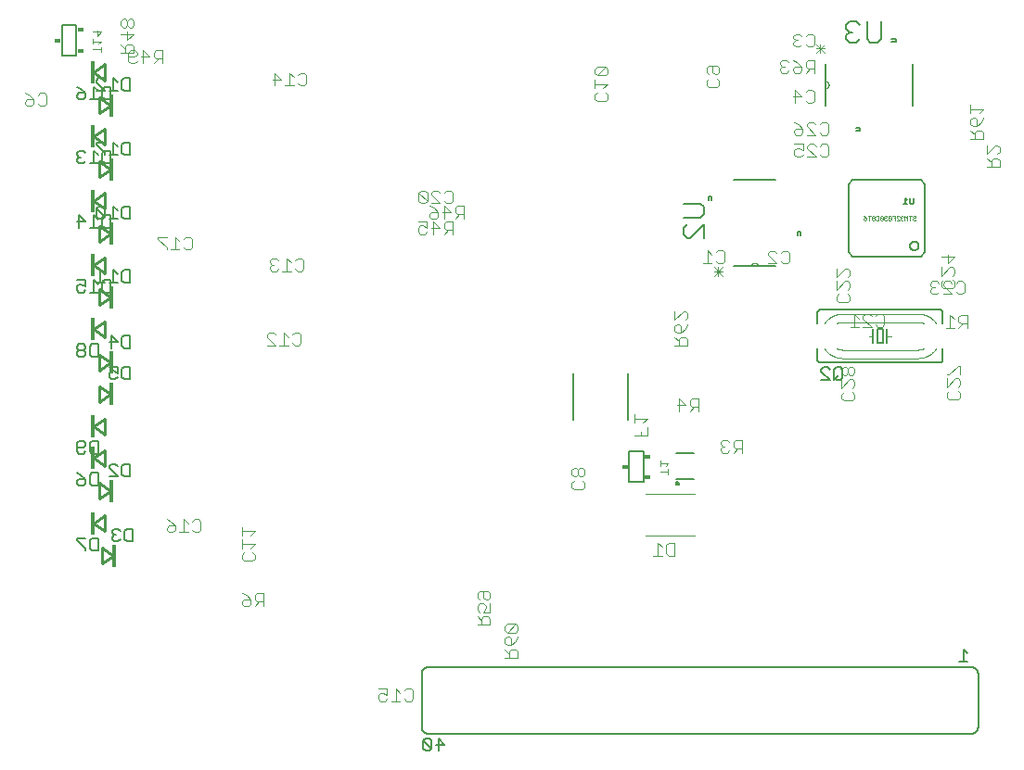
<source format=gbl>
G75*
%MOIN*%
%OFA0B0*%
%FSLAX25Y25*%
%IPPOS*%
%LPD*%
%AMOC8*
5,1,8,0,0,1.08239X$1,22.5*
%
%ADD10C,0.00100*%
%ADD11C,0.00600*%
%ADD12C,0.00500*%
%ADD13C,0.00400*%
%ADD14C,0.00800*%
%ADD15C,0.00300*%
%ADD16R,0.02362X0.01772*%
%ADD17C,0.01000*%
%ADD18R,0.01181X0.08268*%
%ADD19C,0.00200*%
%ADD20C,0.00000*%
D10*
X0329070Y0194403D02*
X0329070Y0194653D01*
X0329320Y0194903D01*
X0330071Y0194903D01*
X0330071Y0194403D01*
X0329821Y0194152D01*
X0329320Y0194152D01*
X0329070Y0194403D01*
X0329571Y0195403D02*
X0330071Y0194903D01*
X0329571Y0195403D02*
X0329070Y0195654D01*
X0330543Y0195654D02*
X0331544Y0195654D01*
X0331044Y0195654D02*
X0331044Y0194152D01*
X0332017Y0194403D02*
X0332267Y0194152D01*
X0332767Y0194152D01*
X0333017Y0194403D01*
X0333017Y0194653D01*
X0332767Y0194903D01*
X0332267Y0194903D01*
X0332017Y0194653D01*
X0332017Y0194403D01*
X0332267Y0194903D02*
X0332017Y0195153D01*
X0332017Y0195403D01*
X0332267Y0195654D01*
X0332767Y0195654D01*
X0333017Y0195403D01*
X0333017Y0195153D01*
X0332767Y0194903D01*
X0333490Y0195403D02*
X0333740Y0195654D01*
X0334241Y0195654D01*
X0334491Y0195403D01*
X0334491Y0194403D01*
X0334241Y0194152D01*
X0333740Y0194152D01*
X0333490Y0194403D01*
X0334963Y0194403D02*
X0335213Y0194152D01*
X0335714Y0194152D01*
X0335964Y0194403D01*
X0334963Y0195403D01*
X0334963Y0194403D01*
X0334963Y0195403D02*
X0335213Y0195654D01*
X0335714Y0195654D01*
X0335964Y0195403D01*
X0335964Y0194403D01*
X0336436Y0194403D02*
X0336687Y0194152D01*
X0337187Y0194152D01*
X0337437Y0194403D01*
X0337910Y0194403D02*
X0338160Y0194152D01*
X0338660Y0194152D01*
X0338910Y0194403D01*
X0337910Y0195403D01*
X0337910Y0194403D01*
X0337910Y0195403D02*
X0338160Y0195654D01*
X0338660Y0195654D01*
X0338910Y0195403D01*
X0338910Y0194403D01*
X0339883Y0194903D02*
X0340384Y0194903D01*
X0340856Y0195153D02*
X0340856Y0195403D01*
X0341106Y0195654D01*
X0341607Y0195654D01*
X0341857Y0195403D01*
X0342329Y0195403D02*
X0342329Y0195153D01*
X0342580Y0194903D01*
X0342329Y0194653D01*
X0342329Y0194403D01*
X0342580Y0194152D01*
X0343080Y0194152D01*
X0343330Y0194403D01*
X0343803Y0194152D02*
X0343803Y0195654D01*
X0344303Y0195153D01*
X0344803Y0195654D01*
X0344803Y0194152D01*
X0345776Y0194152D02*
X0345776Y0195654D01*
X0345276Y0195654D02*
X0346277Y0195654D01*
X0346749Y0195403D02*
X0346999Y0195654D01*
X0347500Y0195654D01*
X0347750Y0195403D01*
X0347750Y0195153D01*
X0347500Y0194903D01*
X0346999Y0194903D01*
X0346749Y0194653D01*
X0346749Y0194403D01*
X0346999Y0194152D01*
X0347500Y0194152D01*
X0347750Y0194403D01*
X0343330Y0195403D02*
X0343080Y0195654D01*
X0342580Y0195654D01*
X0342329Y0195403D01*
X0342580Y0194903D02*
X0342830Y0194903D01*
X0341857Y0194152D02*
X0340856Y0195153D01*
X0340384Y0195654D02*
X0339383Y0195654D01*
X0340384Y0195654D02*
X0340384Y0194152D01*
X0340856Y0194152D02*
X0341857Y0194152D01*
X0337437Y0195403D02*
X0337187Y0195654D01*
X0336687Y0195654D01*
X0336436Y0195403D01*
X0336436Y0195153D01*
X0336687Y0194903D01*
X0336436Y0194653D01*
X0336436Y0194403D01*
X0336687Y0194903D02*
X0336937Y0194903D01*
D11*
X0343474Y0200139D02*
X0344741Y0200139D01*
X0344107Y0200139D02*
X0344107Y0202040D01*
X0344741Y0201406D01*
X0345776Y0202040D02*
X0345776Y0200456D01*
X0346092Y0200139D01*
X0346726Y0200139D01*
X0347043Y0200456D01*
X0347043Y0202040D01*
X0351123Y0207043D02*
X0351123Y0182634D01*
X0349548Y0181059D01*
X0325139Y0181059D01*
X0323564Y0182634D01*
X0323564Y0207043D01*
X0325139Y0208618D01*
X0349548Y0208618D01*
X0351123Y0207043D01*
X0327810Y0226478D02*
X0327810Y0227478D01*
X0326310Y0227478D01*
X0326310Y0226478D02*
X0327810Y0226478D01*
X0315310Y0235278D02*
X0315310Y0241678D01*
X0315310Y0244078D01*
X0315310Y0250478D01*
X0339110Y0258278D02*
X0340610Y0258278D01*
X0340610Y0259278D01*
X0339110Y0259278D01*
X0346510Y0250478D02*
X0346510Y0235278D01*
X0297431Y0208801D02*
X0282231Y0208801D01*
X0274431Y0202901D02*
X0274431Y0201401D01*
X0273431Y0201401D02*
X0273431Y0202901D01*
X0274431Y0202901D01*
X0305231Y0190101D02*
X0305231Y0188601D01*
X0306231Y0188601D02*
X0306231Y0190101D01*
X0305231Y0190101D01*
X0297431Y0177601D02*
X0291031Y0177601D01*
X0288631Y0177601D01*
X0282231Y0177601D01*
X0312481Y0161063D02*
X0312481Y0157063D01*
X0312481Y0161063D02*
X0312483Y0161123D01*
X0312488Y0161184D01*
X0312497Y0161243D01*
X0312510Y0161302D01*
X0312526Y0161361D01*
X0312546Y0161418D01*
X0312569Y0161473D01*
X0312596Y0161528D01*
X0312625Y0161580D01*
X0312658Y0161631D01*
X0312694Y0161680D01*
X0312732Y0161726D01*
X0312774Y0161770D01*
X0312818Y0161812D01*
X0312864Y0161850D01*
X0312913Y0161886D01*
X0312964Y0161919D01*
X0313016Y0161948D01*
X0313071Y0161975D01*
X0313126Y0161998D01*
X0313183Y0162018D01*
X0313242Y0162034D01*
X0313301Y0162047D01*
X0313360Y0162056D01*
X0313421Y0162061D01*
X0313481Y0162063D01*
X0356481Y0162063D01*
X0356541Y0162061D01*
X0356602Y0162056D01*
X0356661Y0162047D01*
X0356720Y0162034D01*
X0356779Y0162018D01*
X0356836Y0161998D01*
X0356891Y0161975D01*
X0356946Y0161948D01*
X0356998Y0161919D01*
X0357049Y0161886D01*
X0357098Y0161850D01*
X0357144Y0161812D01*
X0357188Y0161770D01*
X0357230Y0161726D01*
X0357268Y0161680D01*
X0357304Y0161631D01*
X0357337Y0161580D01*
X0357366Y0161528D01*
X0357393Y0161473D01*
X0357416Y0161418D01*
X0357436Y0161361D01*
X0357452Y0161302D01*
X0357465Y0161243D01*
X0357474Y0161184D01*
X0357479Y0161123D01*
X0357481Y0161063D01*
X0357481Y0157063D01*
X0357481Y0148063D02*
X0357481Y0144063D01*
X0357479Y0144003D01*
X0357474Y0143942D01*
X0357465Y0143883D01*
X0357452Y0143824D01*
X0357436Y0143765D01*
X0357416Y0143708D01*
X0357393Y0143653D01*
X0357366Y0143598D01*
X0357337Y0143546D01*
X0357304Y0143495D01*
X0357268Y0143446D01*
X0357230Y0143400D01*
X0357188Y0143356D01*
X0357144Y0143314D01*
X0357098Y0143276D01*
X0357049Y0143240D01*
X0356998Y0143207D01*
X0356946Y0143178D01*
X0356891Y0143151D01*
X0356836Y0143128D01*
X0356779Y0143108D01*
X0356720Y0143092D01*
X0356661Y0143079D01*
X0356602Y0143070D01*
X0356541Y0143065D01*
X0356481Y0143063D01*
X0313481Y0143063D01*
X0313421Y0143065D01*
X0313360Y0143070D01*
X0313301Y0143079D01*
X0313242Y0143092D01*
X0313183Y0143108D01*
X0313126Y0143128D01*
X0313071Y0143151D01*
X0313016Y0143178D01*
X0312964Y0143207D01*
X0312913Y0143240D01*
X0312864Y0143276D01*
X0312818Y0143314D01*
X0312774Y0143356D01*
X0312732Y0143400D01*
X0312694Y0143446D01*
X0312658Y0143495D01*
X0312625Y0143546D01*
X0312596Y0143598D01*
X0312569Y0143653D01*
X0312546Y0143708D01*
X0312526Y0143765D01*
X0312510Y0143824D01*
X0312497Y0143883D01*
X0312488Y0143942D01*
X0312483Y0144003D01*
X0312481Y0144063D01*
X0312481Y0148063D01*
X0332481Y0150063D02*
X0332481Y0152563D01*
X0332481Y0155063D01*
X0333981Y0155063D02*
X0333981Y0150063D01*
X0335981Y0150063D01*
X0335981Y0155063D01*
X0333981Y0155063D01*
X0337481Y0155063D02*
X0337481Y0152563D01*
X0337481Y0150063D01*
X0345611Y0184996D02*
X0345613Y0185075D01*
X0345619Y0185154D01*
X0345629Y0185233D01*
X0345643Y0185311D01*
X0345660Y0185388D01*
X0345682Y0185464D01*
X0345707Y0185539D01*
X0345737Y0185612D01*
X0345769Y0185684D01*
X0345806Y0185755D01*
X0345846Y0185823D01*
X0345889Y0185889D01*
X0345935Y0185953D01*
X0345985Y0186015D01*
X0346038Y0186074D01*
X0346093Y0186130D01*
X0346152Y0186184D01*
X0346213Y0186234D01*
X0346276Y0186282D01*
X0346342Y0186326D01*
X0346410Y0186367D01*
X0346480Y0186404D01*
X0346551Y0186438D01*
X0346625Y0186468D01*
X0346699Y0186494D01*
X0346775Y0186516D01*
X0346852Y0186535D01*
X0346930Y0186550D01*
X0347008Y0186561D01*
X0347087Y0186568D01*
X0347166Y0186571D01*
X0347245Y0186570D01*
X0347324Y0186565D01*
X0347403Y0186556D01*
X0347481Y0186543D01*
X0347558Y0186526D01*
X0347635Y0186506D01*
X0347710Y0186481D01*
X0347784Y0186453D01*
X0347857Y0186421D01*
X0347927Y0186386D01*
X0347996Y0186347D01*
X0348063Y0186304D01*
X0348128Y0186258D01*
X0348190Y0186210D01*
X0348250Y0186158D01*
X0348307Y0186103D01*
X0348361Y0186045D01*
X0348412Y0185985D01*
X0348460Y0185922D01*
X0348505Y0185857D01*
X0348547Y0185789D01*
X0348585Y0185720D01*
X0348619Y0185649D01*
X0348650Y0185576D01*
X0348678Y0185501D01*
X0348701Y0185426D01*
X0348721Y0185349D01*
X0348737Y0185272D01*
X0348749Y0185193D01*
X0348757Y0185115D01*
X0348761Y0185036D01*
X0348761Y0184956D01*
X0348757Y0184877D01*
X0348749Y0184799D01*
X0348737Y0184720D01*
X0348721Y0184643D01*
X0348701Y0184566D01*
X0348678Y0184491D01*
X0348650Y0184416D01*
X0348619Y0184343D01*
X0348585Y0184272D01*
X0348547Y0184203D01*
X0348505Y0184135D01*
X0348460Y0184070D01*
X0348412Y0184007D01*
X0348361Y0183947D01*
X0348307Y0183889D01*
X0348250Y0183834D01*
X0348190Y0183782D01*
X0348128Y0183734D01*
X0348063Y0183688D01*
X0347996Y0183645D01*
X0347927Y0183606D01*
X0347857Y0183571D01*
X0347784Y0183539D01*
X0347710Y0183511D01*
X0347635Y0183486D01*
X0347558Y0183466D01*
X0347481Y0183449D01*
X0347403Y0183436D01*
X0347324Y0183427D01*
X0347245Y0183422D01*
X0347166Y0183421D01*
X0347087Y0183424D01*
X0347008Y0183431D01*
X0346930Y0183442D01*
X0346852Y0183457D01*
X0346775Y0183476D01*
X0346699Y0183498D01*
X0346625Y0183524D01*
X0346551Y0183554D01*
X0346480Y0183588D01*
X0346410Y0183625D01*
X0346342Y0183666D01*
X0346276Y0183710D01*
X0346213Y0183758D01*
X0346152Y0183808D01*
X0346093Y0183862D01*
X0346038Y0183918D01*
X0345985Y0183977D01*
X0345935Y0184039D01*
X0345889Y0184103D01*
X0345846Y0184169D01*
X0345806Y0184237D01*
X0345769Y0184308D01*
X0345737Y0184380D01*
X0345707Y0184453D01*
X0345682Y0184528D01*
X0345660Y0184604D01*
X0345643Y0184681D01*
X0345629Y0184759D01*
X0345619Y0184838D01*
X0345613Y0184917D01*
X0345611Y0184996D01*
X0244383Y0139209D02*
X0244383Y0122516D01*
X0224698Y0122516D02*
X0224698Y0139209D01*
X0172678Y0033500D02*
X0367678Y0033500D01*
X0367776Y0033498D01*
X0367874Y0033492D01*
X0367972Y0033483D01*
X0368069Y0033469D01*
X0368166Y0033452D01*
X0368262Y0033431D01*
X0368357Y0033406D01*
X0368451Y0033378D01*
X0368543Y0033345D01*
X0368635Y0033310D01*
X0368725Y0033270D01*
X0368813Y0033228D01*
X0368900Y0033181D01*
X0368984Y0033132D01*
X0369067Y0033079D01*
X0369147Y0033023D01*
X0369226Y0032963D01*
X0369302Y0032901D01*
X0369375Y0032836D01*
X0369446Y0032768D01*
X0369514Y0032697D01*
X0369579Y0032624D01*
X0369641Y0032548D01*
X0369701Y0032469D01*
X0369757Y0032389D01*
X0369810Y0032306D01*
X0369859Y0032222D01*
X0369906Y0032135D01*
X0369948Y0032047D01*
X0369988Y0031957D01*
X0370023Y0031865D01*
X0370056Y0031773D01*
X0370084Y0031679D01*
X0370109Y0031584D01*
X0370130Y0031488D01*
X0370147Y0031391D01*
X0370161Y0031294D01*
X0370170Y0031196D01*
X0370176Y0031098D01*
X0370178Y0031000D01*
X0370178Y0012000D01*
X0370176Y0011902D01*
X0370170Y0011804D01*
X0370161Y0011706D01*
X0370147Y0011609D01*
X0370130Y0011512D01*
X0370109Y0011416D01*
X0370084Y0011321D01*
X0370056Y0011227D01*
X0370023Y0011135D01*
X0369988Y0011043D01*
X0369948Y0010953D01*
X0369906Y0010865D01*
X0369859Y0010778D01*
X0369810Y0010694D01*
X0369757Y0010611D01*
X0369701Y0010531D01*
X0369641Y0010452D01*
X0369579Y0010376D01*
X0369514Y0010303D01*
X0369446Y0010232D01*
X0369375Y0010164D01*
X0369302Y0010099D01*
X0369226Y0010037D01*
X0369147Y0009977D01*
X0369067Y0009921D01*
X0368984Y0009868D01*
X0368900Y0009819D01*
X0368813Y0009772D01*
X0368725Y0009730D01*
X0368635Y0009690D01*
X0368543Y0009655D01*
X0368451Y0009622D01*
X0368357Y0009594D01*
X0368262Y0009569D01*
X0368166Y0009548D01*
X0368069Y0009531D01*
X0367972Y0009517D01*
X0367874Y0009508D01*
X0367776Y0009502D01*
X0367678Y0009500D01*
X0172678Y0009500D01*
X0172580Y0009502D01*
X0172482Y0009508D01*
X0172384Y0009517D01*
X0172287Y0009531D01*
X0172190Y0009548D01*
X0172094Y0009569D01*
X0171999Y0009594D01*
X0171905Y0009622D01*
X0171813Y0009655D01*
X0171721Y0009690D01*
X0171631Y0009730D01*
X0171543Y0009772D01*
X0171456Y0009819D01*
X0171372Y0009868D01*
X0171289Y0009921D01*
X0171209Y0009977D01*
X0171130Y0010037D01*
X0171054Y0010099D01*
X0170981Y0010164D01*
X0170910Y0010232D01*
X0170842Y0010303D01*
X0170777Y0010376D01*
X0170715Y0010452D01*
X0170655Y0010531D01*
X0170599Y0010611D01*
X0170546Y0010694D01*
X0170497Y0010778D01*
X0170450Y0010865D01*
X0170408Y0010953D01*
X0170368Y0011043D01*
X0170333Y0011135D01*
X0170300Y0011227D01*
X0170272Y0011321D01*
X0170247Y0011416D01*
X0170226Y0011512D01*
X0170209Y0011609D01*
X0170195Y0011706D01*
X0170186Y0011804D01*
X0170180Y0011902D01*
X0170178Y0012000D01*
X0170178Y0031000D01*
X0170180Y0031098D01*
X0170186Y0031196D01*
X0170195Y0031294D01*
X0170209Y0031391D01*
X0170226Y0031488D01*
X0170247Y0031584D01*
X0170272Y0031679D01*
X0170300Y0031773D01*
X0170333Y0031865D01*
X0170368Y0031957D01*
X0170408Y0032047D01*
X0170450Y0032135D01*
X0170497Y0032222D01*
X0170546Y0032306D01*
X0170599Y0032389D01*
X0170655Y0032469D01*
X0170715Y0032548D01*
X0170777Y0032624D01*
X0170842Y0032697D01*
X0170910Y0032768D01*
X0170981Y0032836D01*
X0171054Y0032901D01*
X0171130Y0032963D01*
X0171209Y0033023D01*
X0171289Y0033079D01*
X0171372Y0033132D01*
X0171456Y0033181D01*
X0171543Y0033228D01*
X0171631Y0033270D01*
X0171721Y0033310D01*
X0171813Y0033345D01*
X0171905Y0033378D01*
X0171999Y0033406D01*
X0172094Y0033431D01*
X0172190Y0033452D01*
X0172287Y0033469D01*
X0172384Y0033483D01*
X0172482Y0033492D01*
X0172580Y0033498D01*
X0172678Y0033500D01*
D12*
X0173073Y0007754D02*
X0171572Y0007754D01*
X0170821Y0007003D01*
X0173824Y0004001D01*
X0173073Y0003250D01*
X0171572Y0003250D01*
X0170821Y0004001D01*
X0170821Y0007003D01*
X0173073Y0007754D02*
X0173824Y0007003D01*
X0173824Y0004001D01*
X0175425Y0005502D02*
X0178428Y0005502D01*
X0176176Y0007754D01*
X0176176Y0003250D01*
X0066463Y0078663D02*
X0064211Y0078663D01*
X0063461Y0079414D01*
X0063461Y0082417D01*
X0064211Y0083167D01*
X0066463Y0083167D01*
X0066463Y0078663D01*
X0061859Y0079414D02*
X0061109Y0078663D01*
X0059608Y0078663D01*
X0058857Y0079414D01*
X0058857Y0080165D01*
X0059608Y0080915D01*
X0060358Y0080915D01*
X0059608Y0080915D02*
X0058857Y0081666D01*
X0058857Y0082417D01*
X0059608Y0083167D01*
X0061109Y0083167D01*
X0061859Y0082417D01*
X0053884Y0079884D02*
X0053884Y0075380D01*
X0051632Y0075380D01*
X0050881Y0076131D01*
X0050881Y0079133D01*
X0051632Y0079884D01*
X0053884Y0079884D01*
X0049280Y0079884D02*
X0046277Y0079884D01*
X0046277Y0079133D01*
X0049280Y0076131D01*
X0049280Y0075380D01*
X0048529Y0098778D02*
X0047028Y0098778D01*
X0046277Y0099528D01*
X0046277Y0100279D01*
X0047028Y0101029D01*
X0049280Y0101029D01*
X0049280Y0099528D01*
X0048529Y0098778D01*
X0049280Y0101029D02*
X0047779Y0102531D01*
X0046277Y0103281D01*
X0050881Y0102531D02*
X0051632Y0103281D01*
X0053884Y0103281D01*
X0053884Y0098778D01*
X0051632Y0098778D01*
X0050881Y0099528D01*
X0050881Y0102531D01*
X0057857Y0102061D02*
X0060859Y0102061D01*
X0057857Y0105064D01*
X0057857Y0105814D01*
X0058608Y0106565D01*
X0060109Y0106565D01*
X0060859Y0105814D01*
X0062461Y0105814D02*
X0063211Y0106565D01*
X0065463Y0106565D01*
X0065463Y0102061D01*
X0063211Y0102061D01*
X0062461Y0102812D01*
X0062461Y0105814D01*
X0053884Y0110226D02*
X0051632Y0110226D01*
X0050881Y0110977D01*
X0050881Y0113980D01*
X0051632Y0114730D01*
X0053884Y0114730D01*
X0053884Y0110226D01*
X0049280Y0110977D02*
X0048529Y0110226D01*
X0047028Y0110226D01*
X0046277Y0110977D01*
X0046277Y0113980D01*
X0047028Y0114730D01*
X0048529Y0114730D01*
X0049280Y0113980D01*
X0049280Y0113229D01*
X0048529Y0112478D01*
X0046277Y0112478D01*
X0058608Y0136907D02*
X0060109Y0136907D01*
X0060859Y0137658D01*
X0060859Y0139159D02*
X0059358Y0139910D01*
X0058608Y0139910D01*
X0057857Y0139159D01*
X0057857Y0137658D01*
X0058608Y0136907D01*
X0060859Y0139159D02*
X0060859Y0141411D01*
X0057857Y0141411D01*
X0062461Y0140661D02*
X0063211Y0141411D01*
X0065463Y0141411D01*
X0065463Y0136907D01*
X0063211Y0136907D01*
X0062461Y0137658D01*
X0062461Y0140661D01*
X0053884Y0145148D02*
X0051632Y0145148D01*
X0050881Y0145898D01*
X0050881Y0148901D01*
X0051632Y0149651D01*
X0053884Y0149651D01*
X0053884Y0145148D01*
X0049280Y0145898D02*
X0049280Y0146649D01*
X0048529Y0147400D01*
X0047028Y0147400D01*
X0046277Y0146649D01*
X0046277Y0145898D01*
X0047028Y0145148D01*
X0048529Y0145148D01*
X0049280Y0145898D01*
X0048529Y0147400D02*
X0049280Y0148150D01*
X0049280Y0148901D01*
X0048529Y0149651D01*
X0047028Y0149651D01*
X0046277Y0148901D01*
X0046277Y0148150D01*
X0047028Y0147400D01*
X0057857Y0150470D02*
X0060859Y0150470D01*
X0058608Y0152722D01*
X0058608Y0148219D01*
X0062461Y0148969D02*
X0062461Y0151972D01*
X0063211Y0152722D01*
X0065463Y0152722D01*
X0065463Y0148219D01*
X0063211Y0148219D01*
X0062461Y0148969D01*
X0058488Y0168226D02*
X0056236Y0168226D01*
X0055485Y0168977D01*
X0055485Y0171980D01*
X0056236Y0172730D01*
X0058488Y0172730D01*
X0058488Y0168226D01*
X0057857Y0171797D02*
X0060859Y0171797D01*
X0059358Y0171797D02*
X0059358Y0176301D01*
X0060859Y0174800D01*
X0062461Y0175550D02*
X0063211Y0176301D01*
X0065463Y0176301D01*
X0065463Y0171797D01*
X0063211Y0171797D01*
X0062461Y0172548D01*
X0062461Y0175550D01*
X0056256Y0174800D02*
X0054754Y0176301D01*
X0054754Y0171797D01*
X0053884Y0171229D02*
X0052383Y0172730D01*
X0052383Y0168226D01*
X0053884Y0168226D02*
X0050881Y0168226D01*
X0049280Y0168977D02*
X0048529Y0168226D01*
X0047028Y0168226D01*
X0046277Y0168977D01*
X0046277Y0170478D01*
X0047028Y0171229D01*
X0047779Y0171229D01*
X0049280Y0170478D01*
X0049280Y0172730D01*
X0046277Y0172730D01*
X0053253Y0171797D02*
X0056256Y0171797D01*
X0056236Y0191411D02*
X0055485Y0192162D01*
X0055485Y0195165D01*
X0056236Y0195915D01*
X0058488Y0195915D01*
X0058488Y0191411D01*
X0056236Y0191411D01*
X0053884Y0191411D02*
X0050881Y0191411D01*
X0052383Y0191411D02*
X0052383Y0195915D01*
X0053884Y0194414D01*
X0054004Y0194593D02*
X0055505Y0194593D01*
X0056256Y0195343D01*
X0053253Y0198346D01*
X0053253Y0195343D01*
X0054004Y0194593D01*
X0056256Y0195343D02*
X0056256Y0198346D01*
X0055505Y0199096D01*
X0054004Y0199096D01*
X0053253Y0198346D01*
X0057857Y0194593D02*
X0060859Y0194593D01*
X0059358Y0194593D02*
X0059358Y0199096D01*
X0060859Y0197595D01*
X0062461Y0198346D02*
X0063211Y0199096D01*
X0065463Y0199096D01*
X0065463Y0194593D01*
X0063211Y0194593D01*
X0062461Y0195343D01*
X0062461Y0198346D01*
X0049280Y0193663D02*
X0046277Y0193663D01*
X0047028Y0191411D02*
X0047028Y0195915D01*
X0049280Y0193663D01*
X0048529Y0214596D02*
X0047028Y0214596D01*
X0046277Y0215347D01*
X0046277Y0216098D01*
X0047028Y0216848D01*
X0047779Y0216848D01*
X0047028Y0216848D02*
X0046277Y0217599D01*
X0046277Y0218350D01*
X0047028Y0219100D01*
X0048529Y0219100D01*
X0049280Y0218350D01*
X0049280Y0215347D02*
X0048529Y0214596D01*
X0050881Y0214596D02*
X0053884Y0214596D01*
X0052383Y0214596D02*
X0052383Y0219100D01*
X0053884Y0217599D01*
X0055485Y0218350D02*
X0056236Y0219100D01*
X0058488Y0219100D01*
X0058488Y0214596D01*
X0056236Y0214596D01*
X0055485Y0215347D01*
X0055485Y0218350D01*
X0056256Y0218418D02*
X0053253Y0221421D01*
X0053253Y0222171D01*
X0056256Y0222171D01*
X0059358Y0222171D02*
X0059358Y0217667D01*
X0060859Y0217667D02*
X0057857Y0217667D01*
X0056256Y0217667D02*
X0056256Y0218418D01*
X0059358Y0222171D02*
X0060859Y0220670D01*
X0062461Y0221421D02*
X0063211Y0222171D01*
X0065463Y0222171D01*
X0065463Y0217667D01*
X0063211Y0217667D01*
X0062461Y0218418D01*
X0062461Y0221421D01*
X0058488Y0237675D02*
X0056236Y0237675D01*
X0055485Y0238426D01*
X0055485Y0241428D01*
X0056236Y0242179D01*
X0058488Y0242179D01*
X0058488Y0237675D01*
X0057857Y0240746D02*
X0060859Y0240746D01*
X0059358Y0240746D02*
X0059358Y0245250D01*
X0060859Y0243749D01*
X0062461Y0244499D02*
X0062461Y0241497D01*
X0063211Y0240746D01*
X0065463Y0240746D01*
X0065463Y0245250D01*
X0063211Y0245250D01*
X0062461Y0244499D01*
X0056256Y0244499D02*
X0055505Y0245250D01*
X0054004Y0245250D01*
X0053253Y0244499D01*
X0053253Y0243749D01*
X0056256Y0240746D01*
X0053253Y0240746D01*
X0053884Y0240678D02*
X0052383Y0242179D01*
X0052383Y0237675D01*
X0053884Y0237675D02*
X0050881Y0237675D01*
X0049280Y0238426D02*
X0048529Y0237675D01*
X0047028Y0237675D01*
X0046277Y0238426D01*
X0046277Y0239176D01*
X0047028Y0239927D01*
X0049280Y0239927D01*
X0049280Y0238426D01*
X0049280Y0239927D02*
X0047779Y0241428D01*
X0046277Y0242179D01*
X0046074Y0253383D02*
X0040956Y0253383D01*
X0040956Y0264407D01*
X0046074Y0264407D01*
X0046074Y0253383D01*
X0244816Y0111004D02*
X0244816Y0099980D01*
X0249934Y0099980D01*
X0249934Y0111004D01*
X0244816Y0111004D01*
X0261690Y0099886D02*
X0262083Y0099886D01*
X0262083Y0099492D01*
X0313832Y0136813D02*
X0316835Y0136813D01*
X0313832Y0139816D01*
X0313832Y0140566D01*
X0314583Y0141317D01*
X0316084Y0141317D01*
X0316835Y0140566D01*
X0318436Y0140566D02*
X0318436Y0137564D01*
X0319187Y0136813D01*
X0320688Y0136813D01*
X0321439Y0137564D01*
X0321439Y0140566D01*
X0320688Y0141317D01*
X0319187Y0141317D01*
X0318436Y0140566D01*
X0319938Y0138314D02*
X0318436Y0136813D01*
X0364927Y0039754D02*
X0364927Y0035250D01*
X0366428Y0035250D02*
X0363425Y0035250D01*
X0366428Y0038253D02*
X0364927Y0039754D01*
D13*
X0268454Y0080776D02*
X0250816Y0080776D01*
X0255004Y0078139D02*
X0255004Y0073535D01*
X0256539Y0073535D02*
X0253469Y0073535D01*
X0256539Y0076604D02*
X0255004Y0078139D01*
X0258073Y0077371D02*
X0258841Y0078139D01*
X0261143Y0078139D01*
X0261143Y0073535D01*
X0258841Y0073535D01*
X0258073Y0074302D01*
X0258073Y0077371D01*
X0250816Y0095894D02*
X0268454Y0095894D01*
X0278398Y0110550D02*
X0279933Y0110550D01*
X0280700Y0111318D01*
X0282235Y0110550D02*
X0283769Y0112085D01*
X0283002Y0112085D02*
X0285304Y0112085D01*
X0285304Y0110550D02*
X0285304Y0115154D01*
X0283002Y0115154D01*
X0282235Y0114387D01*
X0282235Y0112852D01*
X0283002Y0112085D01*
X0280700Y0114387D02*
X0279933Y0115154D01*
X0278398Y0115154D01*
X0277631Y0114387D01*
X0277631Y0113620D01*
X0278398Y0112852D01*
X0277631Y0112085D01*
X0277631Y0111318D01*
X0278398Y0110550D01*
X0278398Y0112852D02*
X0279165Y0112852D01*
X0269576Y0125464D02*
X0269576Y0130068D01*
X0267274Y0130068D01*
X0266507Y0129300D01*
X0266507Y0127766D01*
X0267274Y0126998D01*
X0269576Y0126998D01*
X0268042Y0126998D02*
X0266507Y0125464D01*
X0264972Y0127766D02*
X0261903Y0127766D01*
X0262670Y0125464D02*
X0262670Y0130068D01*
X0264972Y0127766D01*
X0251352Y0122831D02*
X0246748Y0122831D01*
X0246748Y0124365D02*
X0246748Y0121296D01*
X0249817Y0121296D02*
X0251352Y0122831D01*
X0251352Y0119761D02*
X0251352Y0116692D01*
X0246748Y0116692D01*
X0249050Y0116692D02*
X0249050Y0118227D01*
X0228683Y0104248D02*
X0227915Y0105016D01*
X0227148Y0105016D01*
X0226381Y0104248D01*
X0226381Y0102714D01*
X0227148Y0101946D01*
X0227915Y0101946D01*
X0228683Y0102714D01*
X0228683Y0104248D01*
X0226381Y0104248D02*
X0225613Y0105016D01*
X0224846Y0105016D01*
X0224079Y0104248D01*
X0224079Y0102714D01*
X0224846Y0101946D01*
X0225613Y0101946D01*
X0226381Y0102714D01*
X0227915Y0100412D02*
X0228683Y0099644D01*
X0228683Y0098110D01*
X0227915Y0097343D01*
X0224846Y0097343D01*
X0224079Y0098110D01*
X0224079Y0099644D01*
X0224846Y0100412D01*
X0194018Y0060851D02*
X0194785Y0060084D01*
X0194785Y0058549D01*
X0194018Y0057782D01*
X0193250Y0057782D01*
X0192483Y0058549D01*
X0192483Y0060851D01*
X0190948Y0060851D02*
X0194018Y0060851D01*
X0190948Y0060851D02*
X0190181Y0060084D01*
X0190181Y0058549D01*
X0190948Y0057782D01*
X0190948Y0056247D02*
X0190181Y0055480D01*
X0190181Y0053945D01*
X0190948Y0053178D01*
X0192483Y0053178D02*
X0193250Y0054713D01*
X0193250Y0055480D01*
X0192483Y0056247D01*
X0190948Y0056247D01*
X0192483Y0053178D02*
X0194785Y0053178D01*
X0194785Y0056247D01*
X0194018Y0051643D02*
X0192483Y0051643D01*
X0191716Y0050876D01*
X0191716Y0048574D01*
X0191716Y0050109D02*
X0190181Y0051643D01*
X0190181Y0048574D02*
X0194785Y0048574D01*
X0194785Y0050876D01*
X0194018Y0051643D01*
X0200079Y0048186D02*
X0200079Y0046652D01*
X0200846Y0045884D01*
X0203915Y0048954D01*
X0200846Y0048954D01*
X0200079Y0048186D01*
X0200846Y0045884D02*
X0203915Y0045884D01*
X0204683Y0046652D01*
X0204683Y0048186D01*
X0203915Y0048954D01*
X0204683Y0044350D02*
X0203915Y0042815D01*
X0202381Y0041280D01*
X0202381Y0043582D01*
X0201613Y0044350D01*
X0200846Y0044350D01*
X0200079Y0043582D01*
X0200079Y0042048D01*
X0200846Y0041280D01*
X0202381Y0041280D01*
X0202381Y0039746D02*
X0201613Y0038978D01*
X0201613Y0036676D01*
X0200079Y0036676D02*
X0204683Y0036676D01*
X0204683Y0038978D01*
X0203915Y0039746D01*
X0202381Y0039746D01*
X0201613Y0038211D02*
X0200079Y0039746D01*
X0166994Y0024985D02*
X0166994Y0021916D01*
X0166226Y0021149D01*
X0164692Y0021149D01*
X0163924Y0021916D01*
X0162390Y0021149D02*
X0159320Y0021149D01*
X0160855Y0021149D02*
X0160855Y0025753D01*
X0162390Y0024218D01*
X0163924Y0024985D02*
X0164692Y0025753D01*
X0166226Y0025753D01*
X0166994Y0024985D01*
X0157786Y0025753D02*
X0157786Y0023451D01*
X0156251Y0024218D01*
X0155484Y0024218D01*
X0154717Y0023451D01*
X0154717Y0021916D01*
X0155484Y0021149D01*
X0157019Y0021149D01*
X0157786Y0021916D01*
X0157786Y0025753D02*
X0154717Y0025753D01*
X0113320Y0055420D02*
X0113320Y0060024D01*
X0111018Y0060024D01*
X0110250Y0059257D01*
X0110250Y0057722D01*
X0111018Y0056955D01*
X0113320Y0056955D01*
X0111785Y0056955D02*
X0110250Y0055420D01*
X0108716Y0056188D02*
X0107948Y0055420D01*
X0106414Y0055420D01*
X0105646Y0056188D01*
X0105646Y0056955D01*
X0106414Y0057722D01*
X0108716Y0057722D01*
X0108716Y0056188D01*
X0108716Y0057722D02*
X0107181Y0059257D01*
X0105646Y0060024D01*
X0106405Y0071581D02*
X0105638Y0072348D01*
X0105638Y0073883D01*
X0106405Y0074650D01*
X0105638Y0076185D02*
X0105638Y0079254D01*
X0105638Y0077720D02*
X0110242Y0077720D01*
X0108707Y0076185D01*
X0109474Y0074650D02*
X0110242Y0073883D01*
X0110242Y0072348D01*
X0109474Y0071581D01*
X0106405Y0071581D01*
X0105638Y0080789D02*
X0105638Y0083858D01*
X0105638Y0082324D02*
X0110242Y0082324D01*
X0108707Y0080789D01*
X0090805Y0082743D02*
X0090037Y0081976D01*
X0088503Y0081976D01*
X0087735Y0082743D01*
X0086201Y0081976D02*
X0083132Y0081976D01*
X0084666Y0081976D02*
X0084666Y0086580D01*
X0086201Y0085045D01*
X0087735Y0085812D02*
X0088503Y0086580D01*
X0090037Y0086580D01*
X0090805Y0085812D01*
X0090805Y0082743D01*
X0081597Y0082743D02*
X0080830Y0081976D01*
X0079295Y0081976D01*
X0078528Y0082743D01*
X0078528Y0083510D01*
X0079295Y0084278D01*
X0081597Y0084278D01*
X0081597Y0082743D01*
X0081597Y0084278D02*
X0080062Y0085812D01*
X0078528Y0086580D01*
X0114544Y0149157D02*
X0117613Y0149157D01*
X0114544Y0152226D01*
X0114544Y0152993D01*
X0115311Y0153761D01*
X0116846Y0153761D01*
X0117613Y0152993D01*
X0120683Y0153761D02*
X0122217Y0152226D01*
X0123752Y0152993D02*
X0124519Y0153761D01*
X0126054Y0153761D01*
X0126821Y0152993D01*
X0126821Y0149924D01*
X0126054Y0149157D01*
X0124519Y0149157D01*
X0123752Y0149924D01*
X0122217Y0149157D02*
X0119148Y0149157D01*
X0120683Y0149157D02*
X0120683Y0153761D01*
X0120148Y0175873D02*
X0123217Y0175873D01*
X0121683Y0175873D02*
X0121683Y0180477D01*
X0123217Y0178943D01*
X0124752Y0179710D02*
X0125519Y0180477D01*
X0127054Y0180477D01*
X0127821Y0179710D01*
X0127821Y0176641D01*
X0127054Y0175873D01*
X0125519Y0175873D01*
X0124752Y0176641D01*
X0118613Y0176641D02*
X0117846Y0175873D01*
X0116311Y0175873D01*
X0115544Y0176641D01*
X0115544Y0177408D01*
X0116311Y0178175D01*
X0117079Y0178175D01*
X0116311Y0178175D02*
X0115544Y0178943D01*
X0115544Y0179710D01*
X0116311Y0180477D01*
X0117846Y0180477D01*
X0118613Y0179710D01*
X0087718Y0184365D02*
X0086951Y0183598D01*
X0085416Y0183598D01*
X0084649Y0184365D01*
X0083114Y0183598D02*
X0080045Y0183598D01*
X0081580Y0183598D02*
X0081580Y0188202D01*
X0083114Y0186667D01*
X0084649Y0187434D02*
X0085416Y0188202D01*
X0086951Y0188202D01*
X0087718Y0187434D01*
X0087718Y0184365D01*
X0078510Y0184365D02*
X0078510Y0183598D01*
X0078510Y0184365D02*
X0075441Y0187434D01*
X0075441Y0188202D01*
X0078510Y0188202D01*
X0034541Y0235302D02*
X0033006Y0235302D01*
X0032239Y0236070D01*
X0030704Y0236070D02*
X0029937Y0235302D01*
X0028402Y0235302D01*
X0027635Y0236070D01*
X0027635Y0236837D01*
X0028402Y0237604D01*
X0030704Y0237604D01*
X0030704Y0236070D01*
X0030704Y0237604D02*
X0029169Y0239139D01*
X0027635Y0239906D01*
X0032239Y0239139D02*
X0033006Y0239906D01*
X0034541Y0239906D01*
X0035308Y0239139D01*
X0035308Y0236070D01*
X0034541Y0235302D01*
X0062136Y0254320D02*
X0066740Y0254320D01*
X0066740Y0256622D01*
X0065973Y0257389D01*
X0064438Y0257389D01*
X0063671Y0256622D01*
X0063671Y0254320D01*
X0064778Y0254567D02*
X0065545Y0255334D01*
X0067080Y0255334D01*
X0067847Y0254567D01*
X0067847Y0253799D01*
X0067080Y0253032D01*
X0064778Y0253032D01*
X0064778Y0251497D02*
X0064778Y0254567D01*
X0063671Y0255854D02*
X0062136Y0257389D01*
X0064438Y0258924D02*
X0064438Y0261993D01*
X0063671Y0263528D02*
X0062904Y0263528D01*
X0062136Y0264295D01*
X0062136Y0265829D01*
X0062904Y0266597D01*
X0063671Y0266597D01*
X0064438Y0265829D01*
X0064438Y0264295D01*
X0065205Y0263528D01*
X0065973Y0263528D01*
X0066740Y0264295D01*
X0066740Y0265829D01*
X0065973Y0266597D01*
X0065205Y0266597D01*
X0064438Y0265829D01*
X0064438Y0264295D02*
X0063671Y0263528D01*
X0062136Y0261226D02*
X0066740Y0261226D01*
X0064438Y0258924D01*
X0070149Y0255334D02*
X0072451Y0253032D01*
X0069382Y0253032D01*
X0067847Y0251497D02*
X0067080Y0250730D01*
X0065545Y0250730D01*
X0064778Y0251497D01*
X0070149Y0250730D02*
X0070149Y0255334D01*
X0073986Y0254567D02*
X0073986Y0253032D01*
X0074753Y0252265D01*
X0077055Y0252265D01*
X0075520Y0252265D02*
X0073986Y0250730D01*
X0077055Y0250730D02*
X0077055Y0255334D01*
X0074753Y0255334D01*
X0073986Y0254567D01*
X0116544Y0244892D02*
X0119613Y0244892D01*
X0117311Y0247194D01*
X0117311Y0242590D01*
X0121148Y0242590D02*
X0124217Y0242590D01*
X0122683Y0242590D02*
X0122683Y0247194D01*
X0124217Y0245659D01*
X0125752Y0246426D02*
X0126519Y0247194D01*
X0128054Y0247194D01*
X0128821Y0246426D01*
X0128821Y0243357D01*
X0128054Y0242590D01*
X0126519Y0242590D01*
X0125752Y0243357D01*
X0169126Y0204119D02*
X0172195Y0201050D01*
X0171428Y0200283D01*
X0169893Y0200283D01*
X0169126Y0201050D01*
X0169126Y0204119D01*
X0169893Y0204887D01*
X0171428Y0204887D01*
X0172195Y0204119D01*
X0172195Y0201050D01*
X0173730Y0200283D02*
X0176799Y0200283D01*
X0173730Y0203352D01*
X0173730Y0204119D01*
X0174497Y0204887D01*
X0176032Y0204887D01*
X0176799Y0204119D01*
X0178334Y0204119D02*
X0179101Y0204887D01*
X0180636Y0204887D01*
X0181403Y0204119D01*
X0181403Y0201050D01*
X0180636Y0200283D01*
X0179101Y0200283D01*
X0178334Y0201050D01*
X0178427Y0199398D02*
X0180729Y0197096D01*
X0177660Y0197096D01*
X0176125Y0197096D02*
X0173823Y0197096D01*
X0173056Y0196329D01*
X0173056Y0195562D01*
X0173823Y0194794D01*
X0175358Y0194794D01*
X0176125Y0195562D01*
X0176125Y0197096D01*
X0174591Y0198631D01*
X0173056Y0199398D01*
X0178427Y0199398D02*
X0178427Y0194794D01*
X0178952Y0193804D02*
X0178184Y0193037D01*
X0178184Y0191502D01*
X0178952Y0190735D01*
X0181254Y0190735D01*
X0181254Y0189200D02*
X0181254Y0193804D01*
X0178952Y0193804D01*
X0179719Y0190735D02*
X0178184Y0189200D01*
X0176650Y0191502D02*
X0173580Y0191502D01*
X0172046Y0191502D02*
X0170511Y0192269D01*
X0169744Y0192269D01*
X0168976Y0191502D01*
X0168976Y0189967D01*
X0169744Y0189200D01*
X0171278Y0189200D01*
X0172046Y0189967D01*
X0172046Y0191502D02*
X0172046Y0193804D01*
X0168976Y0193804D01*
X0174348Y0193804D02*
X0174348Y0189200D01*
X0176650Y0191502D02*
X0174348Y0193804D01*
X0182264Y0194794D02*
X0183798Y0196329D01*
X0183031Y0196329D02*
X0185333Y0196329D01*
X0185333Y0194794D02*
X0185333Y0199398D01*
X0183031Y0199398D01*
X0182264Y0198631D01*
X0182264Y0197096D01*
X0183031Y0196329D01*
X0232409Y0237805D02*
X0232409Y0239340D01*
X0233177Y0240107D01*
X0232409Y0241642D02*
X0232409Y0244711D01*
X0232409Y0243176D02*
X0237013Y0243176D01*
X0235479Y0241642D01*
X0236246Y0240107D02*
X0237013Y0239340D01*
X0237013Y0237805D01*
X0236246Y0237038D01*
X0233177Y0237038D01*
X0232409Y0237805D01*
X0233177Y0246246D02*
X0236246Y0249315D01*
X0233177Y0249315D01*
X0232409Y0248548D01*
X0232409Y0247013D01*
X0233177Y0246246D01*
X0236246Y0246246D01*
X0237013Y0247013D01*
X0237013Y0248548D01*
X0236246Y0249315D01*
X0272524Y0248949D02*
X0273291Y0249717D01*
X0276360Y0249717D01*
X0277128Y0248949D01*
X0277128Y0247415D01*
X0276360Y0246647D01*
X0275593Y0246647D01*
X0274826Y0247415D01*
X0274826Y0249717D01*
X0272524Y0248949D02*
X0272524Y0247415D01*
X0273291Y0246647D01*
X0273291Y0245113D02*
X0272524Y0244345D01*
X0272524Y0242811D01*
X0273291Y0242043D01*
X0276360Y0242043D01*
X0277128Y0242811D01*
X0277128Y0244345D01*
X0276360Y0245113D01*
X0298984Y0247979D02*
X0299752Y0247212D01*
X0301286Y0247212D01*
X0302054Y0247979D01*
X0303588Y0247979D02*
X0303588Y0248746D01*
X0304356Y0249514D01*
X0306657Y0249514D01*
X0306657Y0247979D01*
X0305890Y0247212D01*
X0304356Y0247212D01*
X0303588Y0247979D01*
X0300519Y0249514D02*
X0299752Y0249514D01*
X0298984Y0248746D01*
X0298984Y0247979D01*
X0299752Y0249514D02*
X0298984Y0250281D01*
X0298984Y0251048D01*
X0299752Y0251816D01*
X0301286Y0251816D01*
X0302054Y0251048D01*
X0303588Y0251816D02*
X0305123Y0251048D01*
X0306657Y0249514D01*
X0308192Y0249514D02*
X0308959Y0248746D01*
X0311261Y0248746D01*
X0311261Y0247212D02*
X0311261Y0251816D01*
X0308959Y0251816D01*
X0308192Y0251048D01*
X0308192Y0249514D01*
X0309727Y0248746D02*
X0308192Y0247212D01*
X0308959Y0241068D02*
X0310494Y0241068D01*
X0311261Y0240300D01*
X0311261Y0237231D01*
X0310494Y0236464D01*
X0308959Y0236464D01*
X0308192Y0237231D01*
X0306657Y0238766D02*
X0303588Y0238766D01*
X0304356Y0241068D02*
X0306657Y0238766D01*
X0308192Y0240300D02*
X0308959Y0241068D01*
X0304356Y0241068D02*
X0304356Y0236464D01*
X0304008Y0229438D02*
X0305543Y0228670D01*
X0307077Y0227136D01*
X0304775Y0227136D01*
X0304008Y0226368D01*
X0304008Y0225601D01*
X0304775Y0224834D01*
X0306310Y0224834D01*
X0307077Y0225601D01*
X0307077Y0227136D01*
X0308612Y0227903D02*
X0308612Y0228670D01*
X0309379Y0229438D01*
X0310914Y0229438D01*
X0311681Y0228670D01*
X0313216Y0228670D02*
X0313983Y0229438D01*
X0315518Y0229438D01*
X0316285Y0228670D01*
X0316285Y0225601D01*
X0315518Y0224834D01*
X0313983Y0224834D01*
X0313216Y0225601D01*
X0311681Y0224834D02*
X0308612Y0227903D01*
X0308612Y0224834D02*
X0311681Y0224834D01*
X0311071Y0221580D02*
X0309537Y0221580D01*
X0308769Y0220812D01*
X0308769Y0220045D01*
X0311839Y0216976D01*
X0308769Y0216976D01*
X0307235Y0217743D02*
X0306467Y0216976D01*
X0304933Y0216976D01*
X0304165Y0217743D01*
X0304165Y0219278D01*
X0304933Y0220045D01*
X0305700Y0220045D01*
X0307235Y0219278D01*
X0307235Y0221580D01*
X0304165Y0221580D01*
X0311071Y0221580D02*
X0311839Y0220812D01*
X0313373Y0220812D02*
X0314141Y0221580D01*
X0315675Y0221580D01*
X0316443Y0220812D01*
X0316443Y0217743D01*
X0315675Y0216976D01*
X0314141Y0216976D01*
X0313373Y0217743D01*
X0301628Y0183202D02*
X0302395Y0182434D01*
X0302395Y0179365D01*
X0301628Y0178598D01*
X0300093Y0178598D01*
X0299326Y0179365D01*
X0297791Y0178598D02*
X0294722Y0181667D01*
X0294722Y0182434D01*
X0295489Y0183202D01*
X0297024Y0183202D01*
X0297791Y0182434D01*
X0299326Y0182434D02*
X0300093Y0183202D01*
X0301628Y0183202D01*
X0297791Y0178598D02*
X0294722Y0178598D01*
X0279033Y0179538D02*
X0278266Y0178771D01*
X0276731Y0178771D01*
X0275964Y0179538D01*
X0274429Y0178771D02*
X0271360Y0178771D01*
X0272895Y0178771D02*
X0272895Y0183375D01*
X0274429Y0181840D01*
X0275964Y0182607D02*
X0276731Y0183375D01*
X0278266Y0183375D01*
X0279033Y0182607D01*
X0279033Y0179538D01*
X0264970Y0161354D02*
X0265738Y0160587D01*
X0265738Y0159052D01*
X0264970Y0158285D01*
X0265738Y0156750D02*
X0264970Y0155216D01*
X0263436Y0153681D01*
X0263436Y0155983D01*
X0262668Y0156750D01*
X0261901Y0156750D01*
X0261134Y0155983D01*
X0261134Y0154448D01*
X0261901Y0153681D01*
X0263436Y0153681D01*
X0263436Y0152146D02*
X0262668Y0151379D01*
X0262668Y0149077D01*
X0261134Y0149077D02*
X0265738Y0149077D01*
X0265738Y0151379D01*
X0264970Y0152146D01*
X0263436Y0152146D01*
X0262668Y0150612D02*
X0261134Y0152146D01*
X0261134Y0158285D02*
X0264203Y0161354D01*
X0264970Y0161354D01*
X0261134Y0161354D02*
X0261134Y0158285D01*
X0319343Y0165357D02*
X0319343Y0166892D01*
X0320110Y0167659D01*
X0319343Y0169194D02*
X0322412Y0172263D01*
X0323179Y0172263D01*
X0323946Y0171496D01*
X0323946Y0169961D01*
X0323179Y0169194D01*
X0323179Y0167659D02*
X0323946Y0166892D01*
X0323946Y0165357D01*
X0323179Y0164590D01*
X0320110Y0164590D01*
X0319343Y0165357D01*
X0319343Y0169194D02*
X0319343Y0172263D01*
X0319343Y0173798D02*
X0322412Y0176867D01*
X0323179Y0176867D01*
X0323946Y0176100D01*
X0323946Y0174565D01*
X0323179Y0173798D01*
X0319343Y0173798D02*
X0319343Y0176867D01*
X0325701Y0160430D02*
X0325701Y0155826D01*
X0327235Y0155826D02*
X0324166Y0155826D01*
X0327235Y0158895D02*
X0325701Y0160430D01*
X0328770Y0159663D02*
X0329537Y0160430D01*
X0331072Y0160430D01*
X0331839Y0159663D01*
X0333374Y0159663D02*
X0334141Y0160430D01*
X0335676Y0160430D01*
X0336443Y0159663D01*
X0336443Y0156593D01*
X0335676Y0155826D01*
X0334141Y0155826D01*
X0333374Y0156593D01*
X0331839Y0155826D02*
X0328770Y0158895D01*
X0328770Y0159663D01*
X0328770Y0155826D02*
X0331839Y0155826D01*
X0324931Y0141544D02*
X0324164Y0141544D01*
X0323396Y0140777D01*
X0323396Y0139242D01*
X0324164Y0138475D01*
X0324931Y0138475D01*
X0325698Y0139242D01*
X0325698Y0140777D01*
X0324931Y0141544D01*
X0323396Y0140777D02*
X0322629Y0141544D01*
X0321862Y0141544D01*
X0321094Y0140777D01*
X0321094Y0139242D01*
X0321862Y0138475D01*
X0322629Y0138475D01*
X0323396Y0139242D01*
X0324164Y0136940D02*
X0324931Y0136940D01*
X0325698Y0136173D01*
X0325698Y0134638D01*
X0324931Y0133871D01*
X0324931Y0132336D02*
X0325698Y0131569D01*
X0325698Y0130034D01*
X0324931Y0129267D01*
X0321862Y0129267D01*
X0321094Y0130034D01*
X0321094Y0131569D01*
X0321862Y0132336D01*
X0321094Y0133871D02*
X0324164Y0136940D01*
X0321094Y0136940D02*
X0321094Y0133871D01*
X0359047Y0134225D02*
X0362117Y0137294D01*
X0362884Y0137294D01*
X0363651Y0136527D01*
X0363651Y0134992D01*
X0362884Y0134225D01*
X0362884Y0132691D02*
X0363651Y0131923D01*
X0363651Y0130389D01*
X0362884Y0129621D01*
X0359815Y0129621D01*
X0359047Y0130389D01*
X0359047Y0131923D01*
X0359815Y0132691D01*
X0359047Y0134225D02*
X0359047Y0137294D01*
X0359047Y0138829D02*
X0359815Y0138829D01*
X0362884Y0141898D01*
X0363651Y0141898D01*
X0363651Y0138829D01*
X0363132Y0155558D02*
X0364667Y0157093D01*
X0363900Y0157093D02*
X0366202Y0157093D01*
X0366202Y0155558D02*
X0366202Y0160162D01*
X0363900Y0160162D01*
X0363132Y0159395D01*
X0363132Y0157860D01*
X0363900Y0157093D01*
X0361598Y0158628D02*
X0360063Y0160162D01*
X0360063Y0155558D01*
X0361598Y0155558D02*
X0358528Y0155558D01*
X0357581Y0167637D02*
X0360650Y0167637D01*
X0357581Y0170706D01*
X0357581Y0171474D01*
X0358348Y0172241D01*
X0359883Y0172241D01*
X0360650Y0171474D01*
X0361604Y0171907D02*
X0360837Y0172674D01*
X0361604Y0171907D02*
X0361604Y0170372D01*
X0360837Y0169605D01*
X0357767Y0169605D01*
X0357000Y0170372D01*
X0357000Y0171907D01*
X0357767Y0172674D01*
X0357000Y0174209D02*
X0357000Y0177278D01*
X0359302Y0178813D02*
X0359302Y0181882D01*
X0361604Y0181115D02*
X0359302Y0178813D01*
X0360069Y0177278D02*
X0360837Y0177278D01*
X0361604Y0176511D01*
X0361604Y0174976D01*
X0360837Y0174209D01*
X0362952Y0172241D02*
X0362185Y0171474D01*
X0362952Y0172241D02*
X0364487Y0172241D01*
X0365254Y0171474D01*
X0365254Y0168404D01*
X0364487Y0167637D01*
X0362952Y0167637D01*
X0362185Y0168404D01*
X0356046Y0168404D02*
X0355279Y0167637D01*
X0353745Y0167637D01*
X0352977Y0168404D01*
X0352977Y0169172D01*
X0353745Y0169939D01*
X0354512Y0169939D01*
X0353745Y0169939D02*
X0352977Y0170706D01*
X0352977Y0171474D01*
X0353745Y0172241D01*
X0355279Y0172241D01*
X0356046Y0171474D01*
X0357000Y0174209D02*
X0360069Y0177278D01*
X0361604Y0181115D02*
X0357000Y0181115D01*
X0373307Y0213453D02*
X0377911Y0213453D01*
X0377911Y0215755D01*
X0377144Y0216522D01*
X0375609Y0216522D01*
X0374842Y0215755D01*
X0374842Y0213453D01*
X0374842Y0214987D02*
X0373307Y0216522D01*
X0373307Y0218057D02*
X0376376Y0221126D01*
X0377144Y0221126D01*
X0377911Y0220359D01*
X0377911Y0218824D01*
X0377144Y0218057D01*
X0373307Y0218057D02*
X0373307Y0221126D01*
X0372076Y0223417D02*
X0367472Y0223417D01*
X0369007Y0223417D02*
X0369007Y0225718D01*
X0369774Y0226486D01*
X0371309Y0226486D01*
X0372076Y0225718D01*
X0372076Y0223417D01*
X0369007Y0224951D02*
X0367472Y0226486D01*
X0368240Y0228020D02*
X0367472Y0228788D01*
X0367472Y0230322D01*
X0368240Y0231090D01*
X0369007Y0231090D01*
X0369774Y0230322D01*
X0369774Y0228020D01*
X0368240Y0228020D01*
X0369774Y0228020D02*
X0371309Y0229555D01*
X0372076Y0231090D01*
X0370542Y0232624D02*
X0372076Y0234159D01*
X0367472Y0234159D01*
X0367472Y0232624D02*
X0367472Y0235694D01*
X0311411Y0257373D02*
X0310644Y0256606D01*
X0309109Y0256606D01*
X0308342Y0257373D01*
X0306807Y0257373D02*
X0306040Y0256606D01*
X0304505Y0256606D01*
X0303738Y0257373D01*
X0303738Y0258140D01*
X0304505Y0258907D01*
X0305272Y0258907D01*
X0304505Y0258907D02*
X0303738Y0259675D01*
X0303738Y0260442D01*
X0304505Y0261209D01*
X0306040Y0261209D01*
X0306807Y0260442D01*
X0308342Y0260442D02*
X0309109Y0261209D01*
X0310644Y0261209D01*
X0311411Y0260442D01*
X0311411Y0257373D01*
D14*
X0322688Y0259427D02*
X0323922Y0258192D01*
X0326391Y0258192D01*
X0327625Y0259427D01*
X0330238Y0259427D02*
X0330238Y0265598D01*
X0327625Y0264364D02*
X0326391Y0265598D01*
X0323922Y0265598D01*
X0322688Y0264364D01*
X0322688Y0263130D01*
X0323922Y0261895D01*
X0322688Y0260661D01*
X0322688Y0259427D01*
X0323922Y0261895D02*
X0325156Y0261895D01*
X0330238Y0259427D02*
X0331472Y0258192D01*
X0333941Y0258192D01*
X0335176Y0259427D01*
X0335176Y0265598D01*
X0270464Y0200171D02*
X0264292Y0200171D01*
X0264292Y0195233D02*
X0270464Y0195233D01*
X0271698Y0196468D01*
X0271698Y0198936D01*
X0270464Y0200171D01*
X0271698Y0192620D02*
X0266761Y0187683D01*
X0265526Y0187683D01*
X0264292Y0188917D01*
X0264292Y0191386D01*
X0265526Y0192620D01*
X0271698Y0192620D02*
X0271698Y0187683D01*
X0267989Y0110516D02*
X0261690Y0110516D01*
X0261690Y0101067D02*
X0267989Y0101067D01*
X0261526Y0099492D02*
X0261528Y0099539D01*
X0261534Y0099585D01*
X0261543Y0099631D01*
X0261557Y0099675D01*
X0261574Y0099719D01*
X0261595Y0099760D01*
X0261619Y0099800D01*
X0261646Y0099838D01*
X0261677Y0099873D01*
X0261710Y0099906D01*
X0261746Y0099936D01*
X0261785Y0099962D01*
X0261825Y0099986D01*
X0261867Y0100005D01*
X0261911Y0100022D01*
X0261956Y0100034D01*
X0262002Y0100043D01*
X0262048Y0100048D01*
X0262095Y0100049D01*
X0262141Y0100046D01*
X0262187Y0100039D01*
X0262233Y0100028D01*
X0262277Y0100014D01*
X0262320Y0099996D01*
X0262361Y0099974D01*
X0262401Y0099949D01*
X0262438Y0099921D01*
X0262473Y0099890D01*
X0262505Y0099856D01*
X0262534Y0099819D01*
X0262559Y0099781D01*
X0262582Y0099740D01*
X0262601Y0099697D01*
X0262616Y0099653D01*
X0262628Y0099608D01*
X0262636Y0099562D01*
X0262640Y0099515D01*
X0262640Y0099469D01*
X0262636Y0099422D01*
X0262628Y0099376D01*
X0262616Y0099331D01*
X0262601Y0099287D01*
X0262582Y0099244D01*
X0262559Y0099203D01*
X0262534Y0099165D01*
X0262505Y0099128D01*
X0262473Y0099094D01*
X0262438Y0099063D01*
X0262401Y0099035D01*
X0262362Y0099010D01*
X0262320Y0098988D01*
X0262277Y0098970D01*
X0262233Y0098956D01*
X0262187Y0098945D01*
X0262141Y0098938D01*
X0262095Y0098935D01*
X0262048Y0098936D01*
X0262002Y0098941D01*
X0261956Y0098950D01*
X0261911Y0098962D01*
X0261867Y0098979D01*
X0261825Y0098998D01*
X0261785Y0099022D01*
X0261746Y0099048D01*
X0261710Y0099078D01*
X0261677Y0099111D01*
X0261646Y0099146D01*
X0261619Y0099184D01*
X0261595Y0099224D01*
X0261574Y0099265D01*
X0261557Y0099309D01*
X0261543Y0099353D01*
X0261534Y0099399D01*
X0261528Y0099445D01*
X0261526Y0099492D01*
D15*
X0258827Y0102696D02*
X0258827Y0104631D01*
X0258827Y0103663D02*
X0255925Y0103663D01*
X0255925Y0105642D02*
X0255925Y0107577D01*
X0255925Y0106610D02*
X0258827Y0106610D01*
X0257860Y0105642D01*
X0275181Y0174131D02*
X0278318Y0177267D01*
X0278318Y0175699D02*
X0275181Y0175699D01*
X0275181Y0177267D02*
X0278318Y0174131D01*
X0276749Y0174131D02*
X0276749Y0177267D01*
X0311840Y0254392D02*
X0314976Y0257528D01*
X0313408Y0257528D02*
X0313408Y0254392D01*
X0314976Y0254392D02*
X0311840Y0257528D01*
X0311840Y0255960D02*
X0314976Y0255960D01*
X0054967Y0255593D02*
X0052065Y0255593D01*
X0052065Y0257572D02*
X0052065Y0259507D01*
X0052065Y0258539D02*
X0054967Y0258539D01*
X0054000Y0257572D01*
X0054967Y0256560D02*
X0054967Y0254625D01*
X0053516Y0260519D02*
X0053516Y0262454D01*
X0052065Y0261970D02*
X0054967Y0261970D01*
X0053516Y0260519D01*
D16*
X0047550Y0262635D03*
X0047550Y0255155D03*
X0039480Y0258895D03*
X0251410Y0109232D03*
X0243339Y0105492D03*
X0251410Y0101752D03*
D17*
X0059469Y0073350D02*
X0055335Y0070594D01*
X0055335Y0076303D01*
X0059469Y0073350D01*
X0056304Y0082240D02*
X0056304Y0087949D01*
X0052170Y0085193D01*
X0056304Y0082240D01*
X0054335Y0093992D02*
X0058469Y0096748D01*
X0054335Y0099701D01*
X0054335Y0093992D01*
X0056304Y0105638D02*
X0056304Y0111346D01*
X0052170Y0108591D01*
X0056304Y0105638D01*
X0056304Y0117087D02*
X0056304Y0122795D01*
X0052170Y0120039D01*
X0056304Y0117087D01*
X0054335Y0128839D02*
X0058469Y0131594D01*
X0054335Y0134547D01*
X0054335Y0128839D01*
X0054335Y0140150D02*
X0058469Y0142906D01*
X0054335Y0145858D01*
X0054335Y0140150D01*
X0056304Y0152008D02*
X0056304Y0157717D01*
X0052170Y0154961D01*
X0056304Y0152008D01*
X0054335Y0163728D02*
X0058469Y0166484D01*
X0054335Y0169437D01*
X0054335Y0163728D01*
X0056304Y0175087D02*
X0056304Y0180795D01*
X0052170Y0178039D01*
X0056304Y0175087D01*
X0054335Y0186524D02*
X0058469Y0189280D01*
X0054335Y0192232D01*
X0054335Y0186524D01*
X0056304Y0198272D02*
X0056304Y0203980D01*
X0052170Y0201224D01*
X0056304Y0198272D01*
X0054335Y0209598D02*
X0058469Y0212354D01*
X0054335Y0215307D01*
X0054335Y0209598D01*
X0056304Y0221457D02*
X0056304Y0227165D01*
X0052170Y0224409D01*
X0056304Y0221457D01*
X0054335Y0232677D02*
X0058469Y0235433D01*
X0054335Y0238386D01*
X0054335Y0232677D01*
X0056304Y0244535D02*
X0056304Y0250244D01*
X0052170Y0247488D01*
X0056304Y0244535D01*
D18*
X0051973Y0247488D03*
X0058666Y0235433D03*
X0051973Y0224409D03*
X0058666Y0212354D03*
X0051973Y0201224D03*
X0058666Y0189280D03*
X0051973Y0178039D03*
X0058666Y0166484D03*
X0051973Y0154961D03*
X0058666Y0142906D03*
X0058666Y0131594D03*
X0051973Y0120039D03*
X0051973Y0108591D03*
X0058666Y0096748D03*
X0051973Y0085193D03*
X0059666Y0073350D03*
D19*
X0321481Y0144563D02*
X0348481Y0144563D01*
X0348481Y0147563D02*
X0321481Y0147563D01*
X0321348Y0147565D01*
X0321216Y0147570D01*
X0321084Y0147579D01*
X0320951Y0147591D01*
X0320820Y0147607D01*
X0320688Y0147626D01*
X0320558Y0147649D01*
X0320428Y0147675D01*
X0320298Y0147705D01*
X0320170Y0147738D01*
X0320042Y0147774D01*
X0319916Y0147814D01*
X0319790Y0147857D01*
X0319666Y0147904D01*
X0319543Y0147954D01*
X0319422Y0148007D01*
X0319302Y0148063D01*
X0314867Y0157063D02*
X0314978Y0157223D01*
X0315093Y0157379D01*
X0315212Y0157533D01*
X0315335Y0157685D01*
X0315462Y0157833D01*
X0315592Y0157977D01*
X0315725Y0158119D01*
X0315862Y0158258D01*
X0316002Y0158393D01*
X0316146Y0158524D01*
X0316292Y0158652D01*
X0316442Y0158777D01*
X0316595Y0158897D01*
X0316750Y0159014D01*
X0316909Y0159128D01*
X0317070Y0159237D01*
X0317234Y0159342D01*
X0317400Y0159444D01*
X0317568Y0159541D01*
X0317739Y0159634D01*
X0317913Y0159723D01*
X0318088Y0159808D01*
X0318265Y0159888D01*
X0318444Y0159964D01*
X0318625Y0160036D01*
X0318808Y0160103D01*
X0318992Y0160166D01*
X0319178Y0160224D01*
X0319365Y0160278D01*
X0319554Y0160327D01*
X0319743Y0160372D01*
X0319934Y0160412D01*
X0320125Y0160447D01*
X0320317Y0160478D01*
X0320510Y0160504D01*
X0320704Y0160525D01*
X0320898Y0160542D01*
X0321092Y0160554D01*
X0321287Y0160561D01*
X0321481Y0160563D01*
X0348481Y0160563D01*
X0348481Y0157563D02*
X0321481Y0157563D01*
X0321348Y0157561D01*
X0321216Y0157556D01*
X0321084Y0157547D01*
X0320951Y0157535D01*
X0320820Y0157519D01*
X0320688Y0157500D01*
X0320558Y0157477D01*
X0320428Y0157451D01*
X0320298Y0157421D01*
X0320170Y0157388D01*
X0320042Y0157352D01*
X0319916Y0157312D01*
X0319790Y0157269D01*
X0319666Y0157222D01*
X0319543Y0157172D01*
X0319422Y0157119D01*
X0319302Y0157063D01*
X0314866Y0148063D02*
X0314978Y0147904D01*
X0315093Y0147747D01*
X0315212Y0147593D01*
X0315335Y0147442D01*
X0315462Y0147294D01*
X0315592Y0147149D01*
X0315725Y0147007D01*
X0315862Y0146869D01*
X0316002Y0146734D01*
X0316146Y0146602D01*
X0316292Y0146474D01*
X0316442Y0146350D01*
X0316595Y0146229D01*
X0316750Y0146112D01*
X0316909Y0145999D01*
X0317070Y0145889D01*
X0317233Y0145784D01*
X0317400Y0145682D01*
X0317568Y0145585D01*
X0317739Y0145492D01*
X0317912Y0145403D01*
X0318088Y0145318D01*
X0318265Y0145238D01*
X0318444Y0145162D01*
X0318625Y0145090D01*
X0318808Y0145023D01*
X0318992Y0144960D01*
X0319178Y0144902D01*
X0319365Y0144848D01*
X0319553Y0144799D01*
X0319743Y0144754D01*
X0319933Y0144714D01*
X0320125Y0144679D01*
X0320317Y0144648D01*
X0320510Y0144622D01*
X0320703Y0144601D01*
X0320897Y0144584D01*
X0321092Y0144572D01*
X0321286Y0144565D01*
X0321481Y0144563D01*
X0330981Y0152563D02*
X0332481Y0152563D01*
X0337481Y0152563D02*
X0338981Y0152563D01*
X0348481Y0160563D02*
X0348676Y0160561D01*
X0348871Y0160554D01*
X0349065Y0160542D01*
X0349259Y0160525D01*
X0349452Y0160504D01*
X0349645Y0160478D01*
X0349838Y0160447D01*
X0350029Y0160412D01*
X0350220Y0160372D01*
X0350409Y0160327D01*
X0350597Y0160278D01*
X0350785Y0160224D01*
X0350970Y0160166D01*
X0351155Y0160103D01*
X0351337Y0160036D01*
X0351518Y0159964D01*
X0351697Y0159888D01*
X0351875Y0159808D01*
X0352050Y0159723D01*
X0352223Y0159634D01*
X0352394Y0159541D01*
X0352563Y0159443D01*
X0352729Y0159342D01*
X0352893Y0159237D01*
X0353054Y0159127D01*
X0353212Y0159014D01*
X0353368Y0158897D01*
X0353520Y0158776D01*
X0353670Y0158652D01*
X0353817Y0158524D01*
X0353960Y0158392D01*
X0354100Y0158257D01*
X0354237Y0158119D01*
X0354371Y0157977D01*
X0354501Y0157832D01*
X0354627Y0157684D01*
X0354750Y0157533D01*
X0354869Y0157379D01*
X0354984Y0157222D01*
X0355096Y0157063D01*
X0355095Y0148063D02*
X0354984Y0147903D01*
X0354869Y0147747D01*
X0354750Y0147593D01*
X0354627Y0147441D01*
X0354500Y0147293D01*
X0354370Y0147149D01*
X0354237Y0147007D01*
X0354100Y0146868D01*
X0353960Y0146733D01*
X0353816Y0146602D01*
X0353670Y0146474D01*
X0353520Y0146349D01*
X0353367Y0146229D01*
X0353212Y0146112D01*
X0353053Y0145998D01*
X0352892Y0145889D01*
X0352728Y0145784D01*
X0352562Y0145682D01*
X0352394Y0145585D01*
X0352223Y0145492D01*
X0352049Y0145403D01*
X0351874Y0145318D01*
X0351697Y0145238D01*
X0351518Y0145162D01*
X0351337Y0145090D01*
X0351154Y0145023D01*
X0350970Y0144960D01*
X0350784Y0144902D01*
X0350597Y0144848D01*
X0350408Y0144799D01*
X0350219Y0144754D01*
X0350028Y0144714D01*
X0349837Y0144679D01*
X0349645Y0144648D01*
X0349452Y0144622D01*
X0349258Y0144601D01*
X0349064Y0144584D01*
X0348870Y0144572D01*
X0348675Y0144565D01*
X0348481Y0144563D01*
X0348481Y0147563D02*
X0348614Y0147565D01*
X0348746Y0147570D01*
X0348878Y0147579D01*
X0349011Y0147591D01*
X0349142Y0147607D01*
X0349274Y0147626D01*
X0349404Y0147649D01*
X0349534Y0147675D01*
X0349664Y0147705D01*
X0349792Y0147738D01*
X0349920Y0147774D01*
X0350046Y0147814D01*
X0350172Y0147857D01*
X0350296Y0147904D01*
X0350419Y0147954D01*
X0350540Y0148007D01*
X0350660Y0148063D01*
X0350660Y0157063D02*
X0350540Y0157119D01*
X0350419Y0157172D01*
X0350296Y0157222D01*
X0350172Y0157269D01*
X0350046Y0157312D01*
X0349920Y0157352D01*
X0349792Y0157388D01*
X0349664Y0157421D01*
X0349534Y0157451D01*
X0349404Y0157477D01*
X0349274Y0157500D01*
X0349142Y0157519D01*
X0349011Y0157535D01*
X0348878Y0157547D01*
X0348746Y0157556D01*
X0348614Y0157561D01*
X0348481Y0157563D01*
D20*
X0291031Y0177601D02*
X0291029Y0177670D01*
X0291023Y0177738D01*
X0291013Y0177806D01*
X0291000Y0177873D01*
X0290982Y0177939D01*
X0290961Y0178004D01*
X0290936Y0178068D01*
X0290908Y0178130D01*
X0290876Y0178191D01*
X0290841Y0178250D01*
X0290802Y0178306D01*
X0290760Y0178361D01*
X0290715Y0178412D01*
X0290667Y0178462D01*
X0290617Y0178508D01*
X0290564Y0178551D01*
X0290508Y0178592D01*
X0290451Y0178629D01*
X0290391Y0178662D01*
X0290329Y0178693D01*
X0290266Y0178719D01*
X0290202Y0178742D01*
X0290136Y0178762D01*
X0290069Y0178777D01*
X0290002Y0178789D01*
X0289934Y0178797D01*
X0289865Y0178801D01*
X0289797Y0178801D01*
X0289728Y0178797D01*
X0289660Y0178789D01*
X0289593Y0178777D01*
X0289526Y0178762D01*
X0289460Y0178742D01*
X0289396Y0178719D01*
X0289333Y0178693D01*
X0289271Y0178662D01*
X0289211Y0178629D01*
X0289154Y0178592D01*
X0289098Y0178551D01*
X0289045Y0178508D01*
X0288995Y0178462D01*
X0288947Y0178412D01*
X0288902Y0178361D01*
X0288860Y0178306D01*
X0288821Y0178250D01*
X0288786Y0178191D01*
X0288754Y0178130D01*
X0288726Y0178068D01*
X0288701Y0178004D01*
X0288680Y0177939D01*
X0288662Y0177873D01*
X0288649Y0177806D01*
X0288639Y0177738D01*
X0288633Y0177670D01*
X0288631Y0177601D01*
X0315310Y0241678D02*
X0315379Y0241680D01*
X0315447Y0241686D01*
X0315515Y0241696D01*
X0315582Y0241709D01*
X0315648Y0241727D01*
X0315713Y0241748D01*
X0315777Y0241773D01*
X0315839Y0241801D01*
X0315900Y0241833D01*
X0315959Y0241868D01*
X0316015Y0241907D01*
X0316070Y0241949D01*
X0316121Y0241994D01*
X0316171Y0242042D01*
X0316217Y0242092D01*
X0316260Y0242145D01*
X0316301Y0242201D01*
X0316338Y0242258D01*
X0316371Y0242318D01*
X0316402Y0242380D01*
X0316428Y0242443D01*
X0316451Y0242507D01*
X0316471Y0242573D01*
X0316486Y0242640D01*
X0316498Y0242707D01*
X0316506Y0242775D01*
X0316510Y0242844D01*
X0316510Y0242912D01*
X0316506Y0242981D01*
X0316498Y0243049D01*
X0316486Y0243116D01*
X0316471Y0243183D01*
X0316451Y0243249D01*
X0316428Y0243313D01*
X0316402Y0243376D01*
X0316371Y0243438D01*
X0316338Y0243498D01*
X0316301Y0243555D01*
X0316260Y0243611D01*
X0316217Y0243664D01*
X0316171Y0243714D01*
X0316121Y0243762D01*
X0316070Y0243807D01*
X0316015Y0243849D01*
X0315959Y0243888D01*
X0315900Y0243923D01*
X0315839Y0243955D01*
X0315777Y0243983D01*
X0315713Y0244008D01*
X0315648Y0244029D01*
X0315582Y0244047D01*
X0315515Y0244060D01*
X0315447Y0244070D01*
X0315379Y0244076D01*
X0315310Y0244078D01*
M02*

</source>
